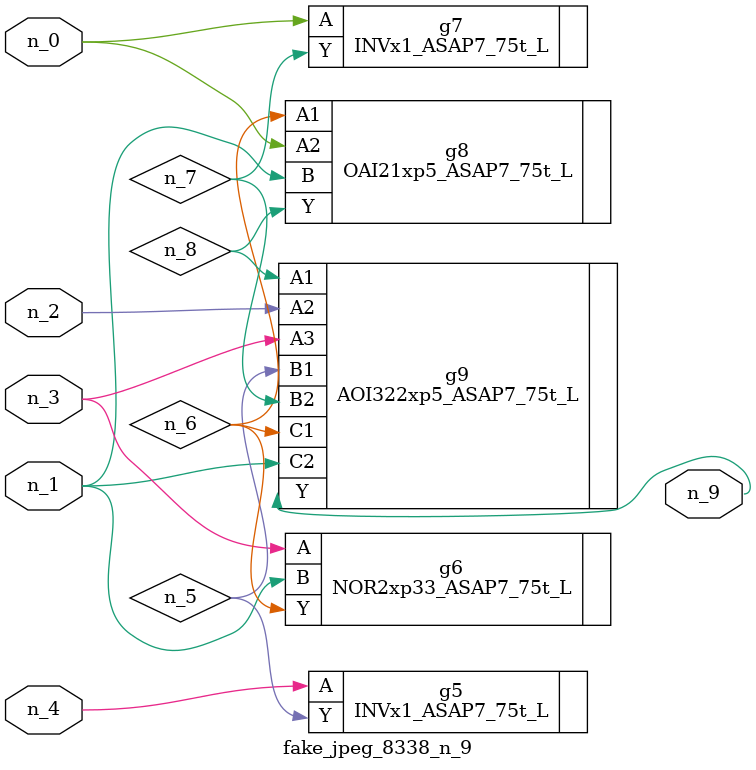
<source format=v>
module fake_jpeg_8338_n_9 (n_3, n_2, n_1, n_0, n_4, n_9);

input n_3;
input n_2;
input n_1;
input n_0;
input n_4;

output n_9;

wire n_8;
wire n_6;
wire n_5;
wire n_7;

INVx1_ASAP7_75t_L g5 ( 
.A(n_4),
.Y(n_5)
);

NOR2xp33_ASAP7_75t_L g6 ( 
.A(n_3),
.B(n_1),
.Y(n_6)
);

INVx1_ASAP7_75t_L g7 ( 
.A(n_0),
.Y(n_7)
);

OAI21xp5_ASAP7_75t_L g8 ( 
.A1(n_6),
.A2(n_0),
.B(n_1),
.Y(n_8)
);

AOI322xp5_ASAP7_75t_L g9 ( 
.A1(n_8),
.A2(n_2),
.A3(n_3),
.B1(n_5),
.B2(n_7),
.C1(n_6),
.C2(n_1),
.Y(n_9)
);


endmodule
</source>
